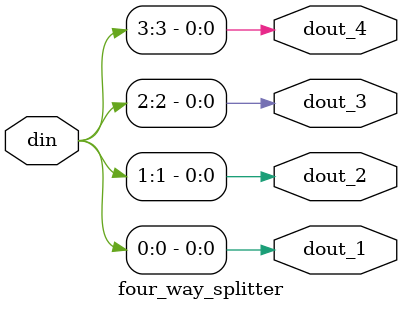
<source format=v>
`timescale 1ns / 1ps

module four_way_splitter #(
    parameter LENGTH = 4    
)(
    input wire [LENGTH - 1:0] din,
    output wire [LENGTH / 4 - 1:0] dout_1,
    output wire [LENGTH / 4 - 1:0] dout_2,
    output wire [LENGTH / 4 - 1:0] dout_3,
    output wire [LENGTH / 4 - 1:0] dout_4
);

    assign {dout_4, dout_3, dout_2, dout_1} = din;

endmodule

</source>
